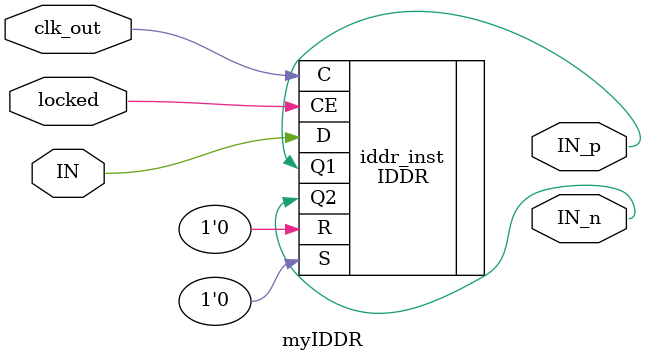
<source format=v>
`timescale 1ns / 1ps

module myIDDR(
    input  wire clk_out,
    input  wire locked,
    input  wire IN,
    output wire IN_p,
    output wire IN_n
    );


    // --- DDR 受信プリミティブ ---
    IDDR #(
        .DDR_CLK_EDGE("OPPOSITE_EDGE"), // posedge→Q1, negedge→Q2
        .SRTYPE("SYNC")
    ) iddr_inst (
        .Q1(IN_p),   // 立上りサンプル出力
        .Q2(IN_n),   // 立下りサンプル出力
        .C (clk_out),
        .CE(locked), // locked=1 のときのみサンプリング
        .D (IN),
        .R (1'b0),
        .S (1'b0)
    );

endmodule

</source>
